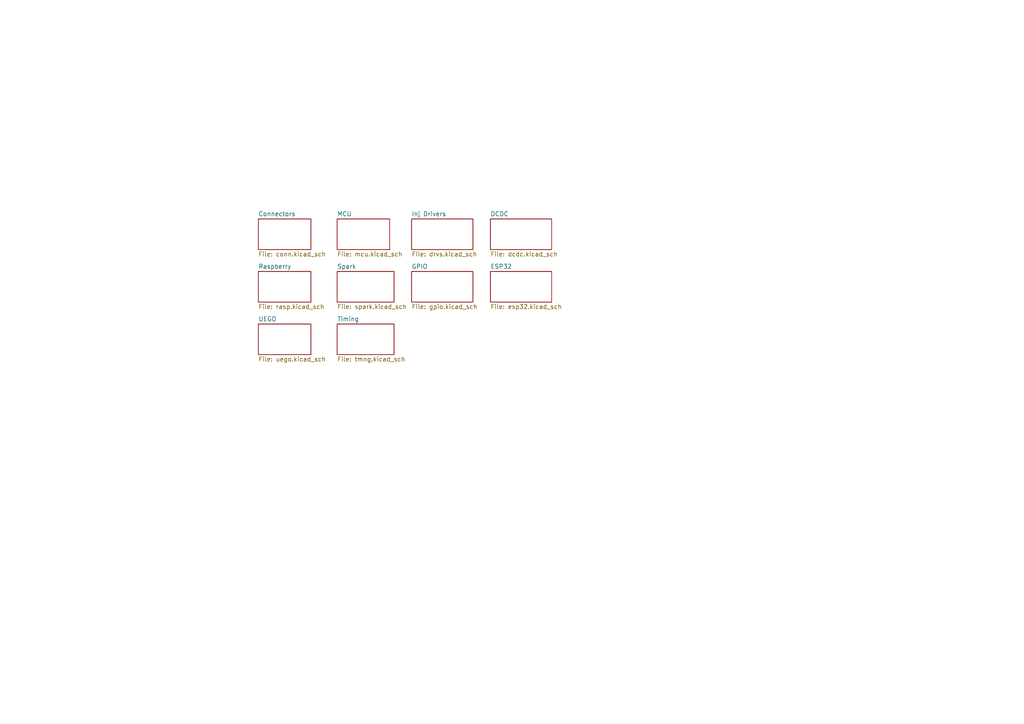
<source format=kicad_sch>
(kicad_sch
	(version 20250114)
	(generator "eeschema")
	(generator_version "9.0")
	(uuid "aecebbe1-c1e7-4c9e-b2cc-da245269db2e")
	(paper "A4")
	(lib_symbols)
	(sheet
		(at 97.79 63.5)
		(size 15.24 8.89)
		(exclude_from_sim no)
		(in_bom yes)
		(on_board yes)
		(dnp no)
		(fields_autoplaced yes)
		(stroke
			(width 0.1524)
			(type solid)
		)
		(fill
			(color 0 0 0 0.0000)
		)
		(uuid "49ce883f-4f3c-478a-b68d-8c5f252d3157")
		(property "Sheetname" "MCU"
			(at 97.79 62.7884 0)
			(effects
				(font
					(size 1.27 1.27)
				)
				(justify left bottom)
			)
		)
		(property "Sheetfile" "mcu.kicad_sch"
			(at 97.79 72.9746 0)
			(effects
				(font
					(size 1.27 1.27)
				)
				(justify left top)
			)
		)
		(instances
			(project "RT_STACK"
				(path "/aecebbe1-c1e7-4c9e-b2cc-da245269db2e"
					(page "3")
				)
			)
		)
	)
	(sheet
		(at 74.93 93.98)
		(size 15.24 8.89)
		(exclude_from_sim no)
		(in_bom yes)
		(on_board yes)
		(dnp no)
		(fields_autoplaced yes)
		(stroke
			(width 0.1524)
			(type solid)
		)
		(fill
			(color 0 0 0 0.0000)
		)
		(uuid "513d475d-8461-4311-845e-bbcb2c23bd3a")
		(property "Sheetname" "UEGO"
			(at 74.93 93.2684 0)
			(effects
				(font
					(size 1.27 1.27)
				)
				(justify left bottom)
			)
		)
		(property "Sheetfile" "uego.kicad_sch"
			(at 74.93 103.4546 0)
			(effects
				(font
					(size 1.27 1.27)
				)
				(justify left top)
			)
		)
		(instances
			(project "RT_STACK"
				(path "/aecebbe1-c1e7-4c9e-b2cc-da245269db2e"
					(page "20")
				)
			)
		)
	)
	(sheet
		(at 142.24 63.5)
		(size 17.78 8.89)
		(exclude_from_sim no)
		(in_bom yes)
		(on_board yes)
		(dnp no)
		(fields_autoplaced yes)
		(stroke
			(width 0.1524)
			(type solid)
		)
		(fill
			(color 0 0 0 0.0000)
		)
		(uuid "7d25c766-2fff-4b7b-a5d7-cab0c03024c8")
		(property "Sheetname" "DCDC"
			(at 142.24 62.7884 0)
			(effects
				(font
					(size 1.27 1.27)
				)
				(justify left bottom)
			)
		)
		(property "Sheetfile" "dcdc.kicad_sch"
			(at 142.24 72.9746 0)
			(effects
				(font
					(size 1.27 1.27)
				)
				(justify left top)
			)
		)
		(instances
			(project "RT_STACK"
				(path "/aecebbe1-c1e7-4c9e-b2cc-da245269db2e"
					(page "18")
				)
			)
		)
	)
	(sheet
		(at 119.38 63.5)
		(size 17.78 8.89)
		(exclude_from_sim no)
		(in_bom yes)
		(on_board yes)
		(dnp no)
		(fields_autoplaced yes)
		(stroke
			(width 0.1524)
			(type solid)
		)
		(fill
			(color 0 0 0 0.0000)
		)
		(uuid "7d48ec84-48de-467c-81dc-5d14ce81e96b")
		(property "Sheetname" "Inj Drivers"
			(at 119.38 62.7884 0)
			(effects
				(font
					(size 1.27 1.27)
				)
				(justify left bottom)
			)
		)
		(property "Sheetfile" "drvs.kicad_sch"
			(at 119.38 72.9746 0)
			(effects
				(font
					(size 1.27 1.27)
				)
				(justify left top)
			)
		)
		(instances
			(project "RT_STACK"
				(path "/aecebbe1-c1e7-4c9e-b2cc-da245269db2e"
					(page "4")
				)
			)
		)
	)
	(sheet
		(at 74.93 78.74)
		(size 15.24 8.89)
		(exclude_from_sim no)
		(in_bom yes)
		(on_board yes)
		(dnp no)
		(fields_autoplaced yes)
		(stroke
			(width 0.1524)
			(type solid)
		)
		(fill
			(color 0 0 0 0.0000)
		)
		(uuid "9edaf7f3-de0a-415a-b3ed-fe8fcd1c0e41")
		(property "Sheetname" "Raspberry"
			(at 74.93 78.0284 0)
			(effects
				(font
					(size 1.27 1.27)
				)
				(justify left bottom)
			)
		)
		(property "Sheetfile" "rasp.kicad_sch"
			(at 74.93 88.2146 0)
			(effects
				(font
					(size 1.27 1.27)
				)
				(justify left top)
			)
		)
		(instances
			(project "RT_STACK"
				(path "/aecebbe1-c1e7-4c9e-b2cc-da245269db2e"
					(page "8")
				)
			)
		)
	)
	(sheet
		(at 119.38 78.74)
		(size 17.78 8.89)
		(exclude_from_sim no)
		(in_bom yes)
		(on_board yes)
		(dnp no)
		(fields_autoplaced yes)
		(stroke
			(width 0.1524)
			(type solid)
		)
		(fill
			(color 0 0 0 0.0000)
		)
		(uuid "a92e1ce2-4016-4b36-818d-83ddc1de2076")
		(property "Sheetname" "GPIO"
			(at 119.38 78.0284 0)
			(effects
				(font
					(size 1.27 1.27)
				)
				(justify left bottom)
			)
		)
		(property "Sheetfile" "gpio.kicad_sch"
			(at 119.38 88.2146 0)
			(effects
				(font
					(size 1.27 1.27)
				)
				(justify left top)
			)
		)
		(instances
			(project "RT_STACK"
				(path "/aecebbe1-c1e7-4c9e-b2cc-da245269db2e"
					(page "16")
				)
			)
		)
	)
	(sheet
		(at 97.79 93.98)
		(size 16.51 8.89)
		(exclude_from_sim no)
		(in_bom yes)
		(on_board yes)
		(dnp no)
		(fields_autoplaced yes)
		(stroke
			(width 0.1524)
			(type solid)
		)
		(fill
			(color 0 0 0 0.0000)
		)
		(uuid "c1e3f45e-2aed-450e-95cf-76bb12cb3ffd")
		(property "Sheetname" "Timing"
			(at 97.79 93.2684 0)
			(effects
				(font
					(size 1.27 1.27)
				)
				(justify left bottom)
			)
		)
		(property "Sheetfile" "tmng.kicad_sch"
			(at 97.79 103.4546 0)
			(effects
				(font
					(size 1.27 1.27)
				)
				(justify left top)
			)
		)
		(instances
			(project "RT_STACK"
				(path "/aecebbe1-c1e7-4c9e-b2cc-da245269db2e"
					(page "21")
				)
			)
		)
	)
	(sheet
		(at 97.79 78.74)
		(size 16.51 8.89)
		(exclude_from_sim no)
		(in_bom yes)
		(on_board yes)
		(dnp no)
		(fields_autoplaced yes)
		(stroke
			(width 0.1524)
			(type solid)
		)
		(fill
			(color 0 0 0 0.0000)
		)
		(uuid "e5517683-88e9-489d-b7ea-3314be20c3ad")
		(property "Sheetname" "Spark"
			(at 97.79 78.0284 0)
			(effects
				(font
					(size 1.27 1.27)
				)
				(justify left bottom)
			)
		)
		(property "Sheetfile" "spark.kicad_sch"
			(at 97.79 88.2146 0)
			(effects
				(font
					(size 1.27 1.27)
				)
				(justify left top)
			)
		)
		(instances
			(project "RT_STACK"
				(path "/aecebbe1-c1e7-4c9e-b2cc-da245269db2e"
					(page "9")
				)
			)
		)
	)
	(sheet
		(at 74.93 63.5)
		(size 15.24 8.89)
		(exclude_from_sim no)
		(in_bom yes)
		(on_board yes)
		(dnp no)
		(fields_autoplaced yes)
		(stroke
			(width 0.1524)
			(type solid)
		)
		(fill
			(color 0 0 0 0.0000)
		)
		(uuid "e94943b1-0e59-4246-a6da-a3b9cfc5e405")
		(property "Sheetname" "Connectors"
			(at 74.93 62.7884 0)
			(effects
				(font
					(size 1.27 1.27)
				)
				(justify left bottom)
			)
		)
		(property "Sheetfile" "conn.kicad_sch"
			(at 74.93 72.9746 0)
			(effects
				(font
					(size 1.27 1.27)
				)
				(justify left top)
			)
		)
		(instances
			(project "RT_STACK"
				(path "/aecebbe1-c1e7-4c9e-b2cc-da245269db2e"
					(page "2")
				)
			)
		)
	)
	(sheet
		(at 142.24 78.74)
		(size 17.78 8.89)
		(exclude_from_sim no)
		(in_bom yes)
		(on_board yes)
		(dnp no)
		(fields_autoplaced yes)
		(stroke
			(width 0.1524)
			(type solid)
		)
		(fill
			(color 0 0 0 0.0000)
		)
		(uuid "f7e64ffc-2f3d-4b9f-a404-2d60383d9a83")
		(property "Sheetname" "ESP32"
			(at 142.24 78.0284 0)
			(effects
				(font
					(size 1.27 1.27)
				)
				(justify left bottom)
			)
		)
		(property "Sheetfile" "esp32.kicad_sch"
			(at 142.24 88.2146 0)
			(effects
				(font
					(size 1.27 1.27)
				)
				(justify left top)
			)
		)
		(instances
			(project "RT_STACK"
				(path "/aecebbe1-c1e7-4c9e-b2cc-da245269db2e"
					(page "19")
				)
			)
		)
	)
	(sheet_instances
		(path "/"
			(page "1")
		)
	)
	(embedded_fonts no)
)

</source>
